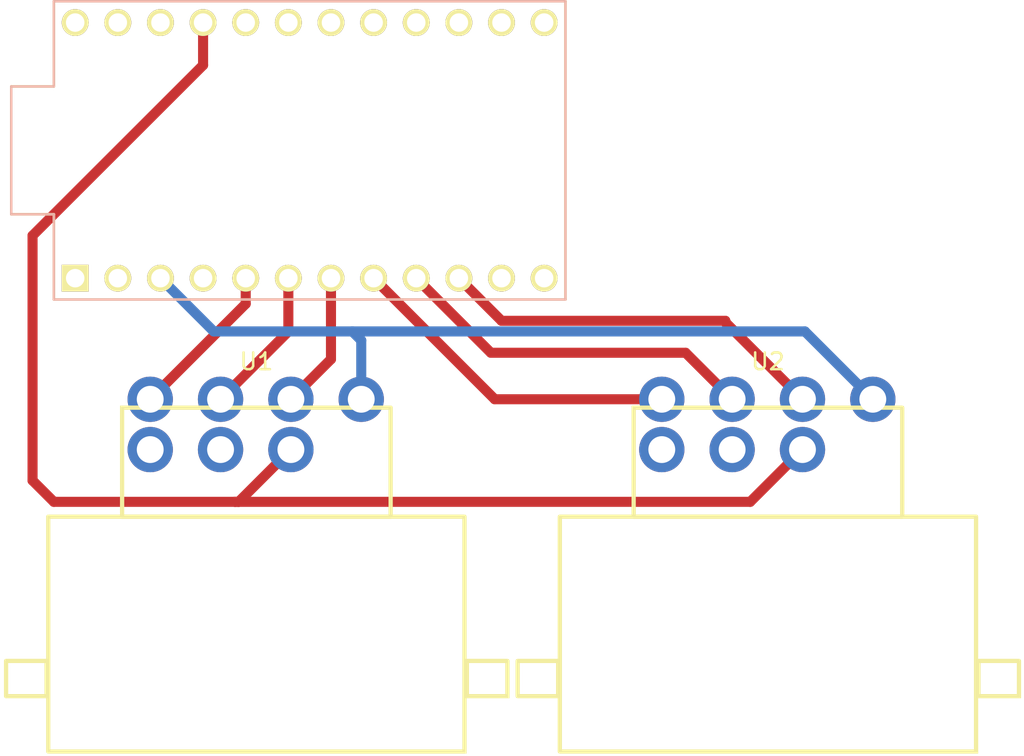
<source format=kicad_pcb>
(kicad_pcb (version 20211014) (generator pcbnew)
  (layers (0 "F.Cu" signal) (31 "B.Cu" signal) (34 "B.Paste" user) (35 "F.Paste" user) (36 "B.SilkS" user "B.Silkscreen") (37 "F.SilkS" user "F.Silkscreen") (38 "B.Mask" user) (39 "F.Mask" user) (44 "Edge.Cuts" user))
  (net 0 "")
  (net 1 "Net-(U2-PadC)")
  (net 2 "Net-(U2-PadD)")
  (net 3 "Net-(U2-PadL)")
  (net 19 "Net-(U2-Pad5V)")
  (net 20 "Net-(U1-PadC)")
  (net 21 "Net-(U1-PadD)")
  (net 22 "Net-(U2-PadG)")
  (net 23 "Net-(U1-PadL)")
  (footprint "port:NEScontrollerport" (layer "F.Cu") (at 104.14 63.5)
    (fp_text reference "U2" (at 0 -9 unlocked) (layer "F.SilkS"))
    (fp_text value "90DegreePort")
    (fp_rect (start -12.5 10.95) (end -14.913 8.85) (layer "F.SilkS") (width 0.254) (fill none))
    (fp_rect (start 12.4 14.25) (end -12.4 0.25) (layer "F.SilkS") (width 0.254) (fill none))
    (fp_rect (start -8 -6.25) (end 8 0.25) (layer "F.SilkS") (width 0.254) (fill none))
    (fp_rect (start 14.9565 10.95) (end 12.5435 8.85) (layer "F.SilkS") (width 0.254) (fill none))
    (pad "" thru_hole circle (at -2.134 -3.75) (size 2.7 2.7) (drill 1.6) (layers *.Cu *.Mask))
    (pad "" thru_hole circle (at -6.325 -3.75) (size 2.7 2.7) (drill 1.6) (layers *.Cu *.Mask))
    (pad "" np_thru_hole circle (at 10.25 7.25) (size 3.2 3.2) (drill 3.2) (layers F&B.Cu *.Mask))
    (pad "" np_thru_hole circle (at -10.25 7.25) (size 3.2 3.2) (drill 3.2) (layers F&B.Cu *.Mask))
    (pad "5V" thru_hole circle (at 2.057 -3.75) (size 2.7 2.7) (drill 1.6) (layers *.Cu *.Mask) (net 19 "Net-(U2-Pad5V)"))
    (pad "C" thru_hole circle (at 2.057 -6.75) (size 2.7 2.7) (drill 1.6) (layers *.Cu *.Mask) (net 1 "Net-(U2-PadC)"))
    (pad "D" thru_hole circle (at -6.325 -6.75) (size 2.7 2.7) (drill 1.6) (layers *.Cu *.Mask) (net 2 "Net-(U2-PadD)"))
    (pad "G" thru_hole circle (at 6.248 -6.75) (size 2.7 2.7) (drill 1.6) (layers *.Cu *.Mask) (net 22 "Net-(U2-PadG)"))
    (pad "L" thru_hole circle (at -2.134 -6.75) (size 2.7 2.7) (drill 1.6) (layers *.Cu *.Mask) (net 3 "Net-(U2-PadL)"))
  )
  (footprint "port:NEScontrollerport" (layer "F.Cu") (at 73.66 63.5)
    (fp_text reference "U1" (at 0 -9 unlocked) (layer "F.SilkS"))
    (fp_text value "90DegreePort")
    (fp_rect (start 12.4 14.25) (end -12.4 0.25) (layer "F.SilkS") (width 0.254) (fill none))
    (fp_rect (start 14.9565 10.95) (end 12.5435 8.85) (layer "F.SilkS") (width 0.254) (fill none))
    (fp_rect (start -12.5 10.95) (end -14.913 8.85) (layer "F.SilkS") (width 0.254) (fill none))
    (fp_rect (start -8 -6.25) (end 8 0.25) (layer "F.SilkS") (width 0.254) (fill none))
    (pad "" thru_hole circle (at -2.134 -3.75) (size 2.7 2.7) (drill 1.6) (layers *.Cu *.Mask))
    (pad "" thru_hole circle (at -6.325 -3.75) (size 2.7 2.7) (drill 1.6) (layers *.Cu *.Mask))
    (pad "" np_thru_hole circle (at 10.25 7.25) (size 3.2 3.2) (drill 3.2) (layers F&B.Cu *.Mask))
    (pad "" np_thru_hole circle (at -10.25 7.25) (size 3.2 3.2) (drill 3.2) (layers F&B.Cu *.Mask))
    (pad "5V" thru_hole circle (at 2.057 -3.75) (size 2.7 2.7) (drill 1.6) (layers *.Cu *.Mask) (net 19 "Net-(U2-Pad5V)"))
    (pad "C" thru_hole circle (at 2.057 -6.75) (size 2.7 2.7) (drill 1.6) (layers *.Cu *.Mask) (net 20 "Net-(U1-PadC)"))
    (pad "D" thru_hole circle (at -6.325 -6.75) (size 2.7 2.7) (drill 1.6) (layers *.Cu *.Mask) (net 21 "Net-(U1-PadD)"))
    (pad "G" thru_hole circle (at 6.248 -6.75) (size 2.7 2.7) (drill 1.6) (layers *.Cu *.Mask) (net 22 "Net-(U2-PadG)"))
    (pad "L" thru_hole circle (at -2.134 -6.75) (size 2.7 2.7) (drill 1.6) (layers *.Cu *.Mask) (net 23 "Net-(U1-PadL)"))
  )
  (footprint "promicro:ProMicro" (layer "F.Cu") (at 76.835 41.91)
    (fp_text reference "U3" hide)
    (fp_text value "ProMicro")
    (fp_line (start 15.24 8.89) (end -15.24 8.89) (layer "B.SilkS") (width 0.15))
    (fp_line (start -15.24 3.81) (end -17.78 3.81) (layer "B.SilkS") (width 0.15))
    (fp_line (start -17.78 3.81) (end -17.78 -3.81) (layer "B.SilkS") (width 0.15))
    (fp_line (start 15.24 -8.89) (end 15.24 8.89) (layer "B.SilkS") (width 0.15))
    (fp_line (start -15.24 -8.89) (end 15.24 -8.89) (layer "B.SilkS") (width 0.15))
    (fp_line (start -17.78 -3.81) (end -15.24 -3.81) (layer "B.SilkS") (width 0.15))
    (fp_line (start -15.24 8.89) (end -15.24 3.81) (layer "B.SilkS") (width 0.15))
    (fp_line (start -15.24 -3.81) (end -15.24 -8.89) (layer "B.SilkS") (width 0.15))
    (fp_line (start -15.24 -3.81) (end -15.24 -8.89) (layer "F.SilkS") (width 0.15))
    (fp_line (start -15.24 8.89) (end 15.24 8.89) (layer "F.SilkS") (width 0.15))
    (fp_line (start -17.78 3.81) (end -17.78 -3.81) (layer "F.SilkS") (width 0.15))
    (fp_line (start 15.24 -8.89) (end 15.24 8.89) (layer "F.SilkS") (width 0.15))
    (fp_line (start -15.24 8.89) (end -15.24 3.81) (layer "F.SilkS") (width 0.15))
    (fp_line (start -15.24 -8.89) (end 15.24 -8.89) (layer "F.SilkS") (width 0.15))
    (fp_line (start -15.24 3.81) (end -17.78 3.81) (layer "F.SilkS") (width 0.15))
    (fp_line (start -17.78 -3.81) (end -15.24 -3.81) (layer "F.SilkS") (width 0.15))
    (pad "1" thru_hole rect locked (at -13.97 7.62) (size 1.6 1.6) (drill 1.1) (layers *.Cu *.Mask "F.SilkS"))
    (pad "2" thru_hole circle locked (at -11.43 7.62) (size 1.6 1.6) (drill 1.1) (layers *.Cu *.Mask "F.SilkS"))
    (pad "3" thru_hole circle locked (at -8.89 7.62) (size 1.6 1.6) (drill 1.1) (layers *.Cu *.Mask "F.SilkS") (net 22 "Net-(U2-PadG)"))
    (pad "4" thru_hole circle locked (at -6.35 7.62) (size 1.6 1.6) (drill 1.1) (layers *.Cu *.Mask "F.SilkS"))
    (pad "5" thru_hole circle locked (at -3.81 7.62) (size 1.6 1.6) (drill 1.1) (layers *.Cu *.Mask "F.SilkS") (net 21 "Net-(U1-PadD)"))
    (pad "6" thru_hole circle locked (at -1.27 7.62) (size 1.6 1.6) (drill 1.1) (layers *.Cu *.Mask "F.SilkS") (net 23 "Net-(U1-PadL)"))
    (pad "7" thru_hole circle locked (at 1.27 7.62) (size 1.6 1.6) (drill 1.1) (layers *.Cu *.Mask "F.SilkS") (net 20 "Net-(U1-PadC)"))
    (pad "8" thru_hole circle locked (at 3.81 7.62) (size 1.6 1.6) (drill 1.1) (layers *.Cu *.Mask "F.SilkS") (net 2 "Net-(U2-PadD)"))
    (pad "9" thru_hole circle locked (at 6.35 7.62) (size 1.6 1.6) (drill 1.1) (layers *.Cu *.Mask "F.SilkS") (net 3 "Net-(U2-PadL)"))
    (pad "10" thru_hole circle locked (at 8.89 7.62) (size 1.6 1.6) (drill 1.1) (layers *.Cu *.Mask "F.SilkS") (net 1 "Net-(U2-PadC)"))
    (pad "11" thru_hole circle locked (at 11.43 7.62) (size 1.6 1.6) (drill 1.1) (layers *.Cu *.Mask "F.SilkS"))
    (pad "12" thru_hole circle locked (at 13.97 7.62) (size 1.6 1.6) (drill 1.1) (layers *.Cu *.Mask "F.SilkS"))
    (pad "13" thru_hole circle locked (at 13.97 -7.62) (size 1.6 1.6) (drill 1.1) (layers *.Cu *.Mask "F.SilkS"))
    (pad "14" thru_hole circle locked (at 11.43 -7.62) (size 1.6 1.6) (drill 1.1) (layers *.Cu *.Mask "F.SilkS"))
    (pad "15" thru_hole circle locked (at 8.89 -7.62) (size 1.6 1.6) (drill 1.1) (layers *.Cu *.Mask "F.SilkS"))
    (pad "16" thru_hole circle locked (at 6.35 -7.62) (size 1.6 1.6) (drill 1.1) (layers *.Cu *.Mask "F.SilkS"))
    (pad "17" thru_hole circle locked (at 3.81 -7.62) (size 1.6 1.6) (drill 1.1) (layers *.Cu *.Mask "F.SilkS"))
    (pad "18" thru_hole circle locked (at 1.27 -7.62) (size 1.6 1.6) (drill 1.1) (layers *.Cu *.Mask "F.SilkS"))
    (pad "19" thru_hole circle locked (at -1.27 -7.62) (size 1.6 1.6) (drill 1.1) (layers *.Cu *.Mask "F.SilkS"))
    (pad "20" thru_hole circle locked (at -3.81 -7.62) (size 1.6 1.6) (drill 1.1) (layers *.Cu *.Mask "F.SilkS"))
    (pad "21" thru_hole circle locked (at -6.35 -7.62) (size 1.6 1.6) (drill 1.1) (layers *.Cu *.Mask "F.SilkS") (net 19 "Net-(U2-Pad5V)"))
    (pad "22" thru_hole circle locked (at -8.89 -7.62) (size 1.6 1.6) (drill 1.1) (layers *.Cu *.Mask "F.SilkS"))
    (pad "23" thru_hole circle locked (at -11.43 -7.62) (size 1.6 1.6) (drill 1.1) (layers *.Cu *.Mask "F.SilkS"))
    (pad "24" thru_hole circle locked (at -13.97 -7.62) (size 1.6 1.6) (drill 1.1) (layers *.Cu *.Mask "F.SilkS"))
  )
  (segment (start 101.6 52.153) (end 106.197 56.75) (width 0.6) (layer "F.Cu") (net 1))
  (segment (start 85.725 49.53) (end 88.265 52.07) (width 0.6) (layer "F.Cu") (net 1))
  (segment (start 88.265 52.07) (end 101.6 52.07) (width 0.6) (layer "F.Cu") (net 1))
  (segment (start 101.6 52.07) (end 101.6 52.153) (width 0.6) (layer "F.Cu") (net 1))
  (segment (start 80.645 49.53) (end 87.865 56.75) (width 0.6) (layer "F.Cu") (net 2))
  (segment (start 87.865 56.75) (end 97.815 56.75) (width 0.6) (layer "F.Cu") (net 2))
  (segment (start 99.231 53.975) (end 102.006 56.75) (width 0.6) (layer "F.Cu") (net 3))
  (segment (start 87.63 53.975) (end 99.231 53.975) (width 0.6) (layer "F.Cu") (net 3))
  (segment (start 83.185 49.53) (end 87.63 53.975) (width 0.6) (layer "F.Cu") (net 3))
  (segment (start 60.325 61.595) (end 61.595 62.865) (width 0.6) (layer "F.Cu") (net 19))
  (segment (start 70.485 36.83) (end 60.325 46.99) (width 0.6) (layer "F.Cu") (net 19))
  (segment (start 72.602 62.865) (end 75.717 59.75) (width 0.6) (layer "F.Cu") (net 19))
  (segment (start 70.485 34.29) (end 70.485 36.83) (width 0.6) (layer "F.Cu") (net 19))
  (segment (start 61.595 62.865) (end 72.39 62.865) (width 0.6) (layer "F.Cu") (net 19))
  (segment (start 103.082 62.865) (end 106.197 59.75) (width 0.6) (layer "F.Cu") (net 19))
  (segment (start 60.325 46.99) (end 60.325 61.595) (width 0.6) (layer "F.Cu") (net 19))
  (segment (start 72.39 62.865) (end 103.082 62.865) (width 0.6) (layer "F.Cu") (net 19))
  (segment (start 72.39 62.865) (end 72.602 62.865) (width 0.6) (layer "F.Cu") (net 19))
  (segment (start 78.105 54.362) (end 75.717 56.75) (width 0.6) (layer "F.Cu") (net 20))
  (segment (start 78.105 49.53) (end 78.105 54.362) (width 0.6) (layer "F.Cu") (net 20))
  (segment (start 73.025 49.53) (end 73.025 51.06) (width 0.6) (layer "F.Cu") (net 21))
  (segment (start 73.025 51.06) (end 67.335 56.75) (width 0.6) (layer "F.Cu") (net 21))
  (segment (start 106.343 52.705) (end 110.388 56.75) (width 0.6) (layer "B.Cu") (net 22))
  (segment (start 79.908 53.238) (end 79.908 56.75) (width 0.6) (layer "B.Cu") (net 22))
  (segment (start 67.945 49.53) (end 71.12 52.705) (width 0.6) (layer "B.Cu") (net 22))
  (segment (start 79.375 52.705) (end 106.343 52.705) (width 0.6) (layer "B.Cu") (net 22))
  (segment (start 71.12 52.705) (end 79.375 52.705) (width 0.6) (layer "B.Cu") (net 22))
  (segment (start 79.375 52.705) (end 79.908 53.238) (width 0.6) (layer "B.Cu") (net 22))
  (segment (start 75.565 52.711) (end 71.526 56.75) (width 0.6) (layer "F.Cu") (net 23))
  (segment (start 75.565 49.53) (end 75.565 52.711) (width 0.6) (layer "F.Cu") (net 23))
)
</source>
